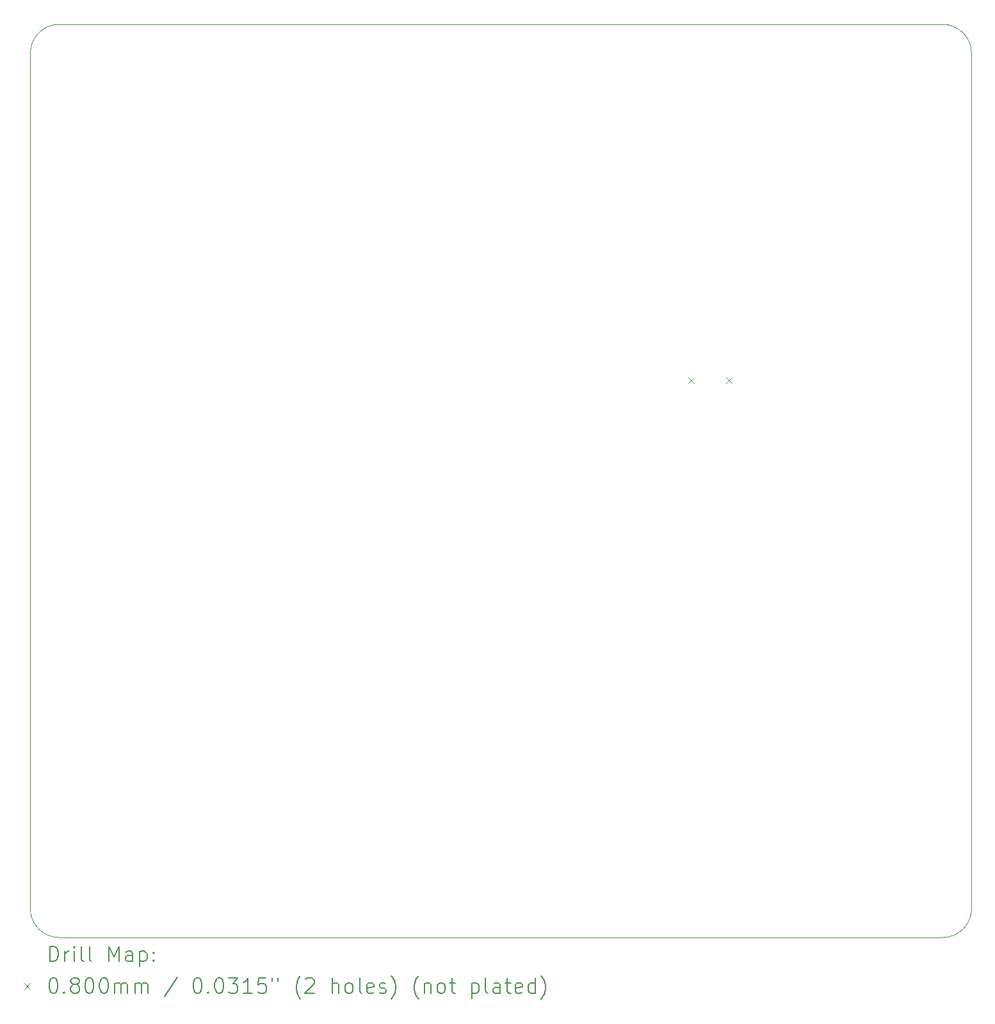
<source format=gbr>
%TF.GenerationSoftware,KiCad,Pcbnew,8.0.4*%
%TF.CreationDate,2024-10-02T08:26:17+07:00*%
%TF.ProjectId,Schematic_editted,53636865-6d61-4746-9963-5f6564697474,rev?*%
%TF.SameCoordinates,Original*%
%TF.FileFunction,Drillmap*%
%TF.FilePolarity,Positive*%
%FSLAX45Y45*%
G04 Gerber Fmt 4.5, Leading zero omitted, Abs format (unit mm)*
G04 Created by KiCad (PCBNEW 8.0.4) date 2024-10-02 08:26:17*
%MOMM*%
%LPD*%
G01*
G04 APERTURE LIST*
%ADD10C,0.050000*%
%ADD11C,0.200000*%
%ADD12C,0.100000*%
G04 APERTURE END LIST*
D10*
X7747000Y-3556000D02*
G75*
G02*
X8128000Y-3175000I381000J0D01*
G01*
X19558000Y-15240000D02*
X19812000Y-15240000D01*
X19558000Y-15240000D02*
X8255000Y-15240000D01*
X19812000Y-3175000D02*
G75*
G02*
X20193000Y-3556000I0J-381000D01*
G01*
X8128000Y-15240000D02*
G75*
G02*
X7747000Y-14859000I0J381000D01*
G01*
X20193000Y-14859000D02*
X20193000Y-3556000D01*
X8255000Y-15240000D02*
X8128000Y-15240000D01*
X7747000Y-3556000D02*
X7747000Y-14859000D01*
X19558000Y-3175000D02*
X8128000Y-3175000D01*
X19558000Y-3175000D02*
X19812000Y-3175000D01*
X20193000Y-14859000D02*
G75*
G02*
X19812000Y-15240000I-381000J0D01*
G01*
X19812000Y-3175000D02*
X19812000Y-3175000D01*
X19812000Y-3175000D01*
X19812000Y-3175000D01*
X19812000Y-3175000D01*
X19812000Y-3175000D01*
X19812000Y-3175000D01*
X19812000Y-3175000D01*
X19812000Y-3175000D01*
X19812000Y-3175000D01*
X19812000Y-3175000D01*
X19812000Y-3175000D01*
X19812000Y-3175000D01*
X19812000Y-3175000D01*
X19812000Y-3175000D01*
X19812000Y-3175000D01*
X19812000Y-3175000D01*
X19812000Y-3175000D01*
X19812000Y-3175000D01*
X19812000Y-3175000D01*
X19812000Y-3175000D01*
X19812000Y-3175000D01*
X19812000Y-3175000D01*
X19812000Y-3175000D01*
X19812000Y-3175000D01*
X19812000Y-3175000D01*
X19812000Y-3175000D01*
X19812000Y-3175000D01*
X19812000Y-3175000D01*
X19812000Y-3175000D01*
X19812000Y-3175000D01*
X19812000Y-3175000D01*
X19812000Y-3175000D01*
X19812000Y-3175000D01*
X19812000Y-3175000D01*
X19812000Y-3175000D01*
X19812000Y-3175000D01*
X19812000Y-3175000D02*
X19812000Y-3175000D01*
X19812000Y-3175000D01*
X19812000Y-3175000D01*
X19812000Y-3175000D01*
X19812000Y-3175000D01*
X19812000Y-3175000D01*
X19812000Y-3175000D01*
X19812000Y-3175000D01*
X19812000Y-3175000D01*
X19812000Y-3175000D01*
X19812000Y-3175000D01*
X19812000Y-3175000D01*
X19812000Y-3175000D01*
X19812000Y-3175000D01*
X19812000Y-3175000D01*
X19812000Y-3175000D01*
X19812000Y-3175000D01*
X19812000Y-3175000D01*
X19812000Y-3175000D01*
X19812000Y-3175000D01*
X19812000Y-3175000D01*
X19812000Y-3175000D01*
X19812000Y-3175000D01*
X19812000Y-3175000D01*
X19812000Y-3175000D01*
X19812000Y-3175000D01*
X19812000Y-3175000D01*
X19812000Y-3175000D01*
X19812000Y-3175000D01*
X19812000Y-3175000D01*
X19812000Y-3175000D01*
X19812000Y-3175000D01*
X19812000Y-3175000D01*
X19812000Y-3175000D01*
X19812000Y-3175000D01*
X19812000Y-3175000D01*
D11*
D12*
X16447500Y-7837400D02*
X16527500Y-7917400D01*
X16527500Y-7837400D02*
X16447500Y-7917400D01*
X16947500Y-7837400D02*
X17027500Y-7917400D01*
X17027500Y-7837400D02*
X16947500Y-7917400D01*
D11*
X8005277Y-15553984D02*
X8005277Y-15353984D01*
X8005277Y-15353984D02*
X8052896Y-15353984D01*
X8052896Y-15353984D02*
X8081467Y-15363508D01*
X8081467Y-15363508D02*
X8100515Y-15382555D01*
X8100515Y-15382555D02*
X8110039Y-15401603D01*
X8110039Y-15401603D02*
X8119562Y-15439698D01*
X8119562Y-15439698D02*
X8119562Y-15468269D01*
X8119562Y-15468269D02*
X8110039Y-15506365D01*
X8110039Y-15506365D02*
X8100515Y-15525412D01*
X8100515Y-15525412D02*
X8081467Y-15544460D01*
X8081467Y-15544460D02*
X8052896Y-15553984D01*
X8052896Y-15553984D02*
X8005277Y-15553984D01*
X8205277Y-15553984D02*
X8205277Y-15420650D01*
X8205277Y-15458746D02*
X8214801Y-15439698D01*
X8214801Y-15439698D02*
X8224324Y-15430174D01*
X8224324Y-15430174D02*
X8243372Y-15420650D01*
X8243372Y-15420650D02*
X8262420Y-15420650D01*
X8329086Y-15553984D02*
X8329086Y-15420650D01*
X8329086Y-15353984D02*
X8319562Y-15363508D01*
X8319562Y-15363508D02*
X8329086Y-15373031D01*
X8329086Y-15373031D02*
X8338610Y-15363508D01*
X8338610Y-15363508D02*
X8329086Y-15353984D01*
X8329086Y-15353984D02*
X8329086Y-15373031D01*
X8452896Y-15553984D02*
X8433848Y-15544460D01*
X8433848Y-15544460D02*
X8424324Y-15525412D01*
X8424324Y-15525412D02*
X8424324Y-15353984D01*
X8557658Y-15553984D02*
X8538610Y-15544460D01*
X8538610Y-15544460D02*
X8529086Y-15525412D01*
X8529086Y-15525412D02*
X8529086Y-15353984D01*
X8786229Y-15553984D02*
X8786229Y-15353984D01*
X8786229Y-15353984D02*
X8852896Y-15496841D01*
X8852896Y-15496841D02*
X8919563Y-15353984D01*
X8919563Y-15353984D02*
X8919563Y-15553984D01*
X9100515Y-15553984D02*
X9100515Y-15449222D01*
X9100515Y-15449222D02*
X9090991Y-15430174D01*
X9090991Y-15430174D02*
X9071944Y-15420650D01*
X9071944Y-15420650D02*
X9033848Y-15420650D01*
X9033848Y-15420650D02*
X9014801Y-15430174D01*
X9100515Y-15544460D02*
X9081467Y-15553984D01*
X9081467Y-15553984D02*
X9033848Y-15553984D01*
X9033848Y-15553984D02*
X9014801Y-15544460D01*
X9014801Y-15544460D02*
X9005277Y-15525412D01*
X9005277Y-15525412D02*
X9005277Y-15506365D01*
X9005277Y-15506365D02*
X9014801Y-15487317D01*
X9014801Y-15487317D02*
X9033848Y-15477793D01*
X9033848Y-15477793D02*
X9081467Y-15477793D01*
X9081467Y-15477793D02*
X9100515Y-15468269D01*
X9195753Y-15420650D02*
X9195753Y-15620650D01*
X9195753Y-15430174D02*
X9214801Y-15420650D01*
X9214801Y-15420650D02*
X9252896Y-15420650D01*
X9252896Y-15420650D02*
X9271944Y-15430174D01*
X9271944Y-15430174D02*
X9281467Y-15439698D01*
X9281467Y-15439698D02*
X9290991Y-15458746D01*
X9290991Y-15458746D02*
X9290991Y-15515888D01*
X9290991Y-15515888D02*
X9281467Y-15534936D01*
X9281467Y-15534936D02*
X9271944Y-15544460D01*
X9271944Y-15544460D02*
X9252896Y-15553984D01*
X9252896Y-15553984D02*
X9214801Y-15553984D01*
X9214801Y-15553984D02*
X9195753Y-15544460D01*
X9376705Y-15534936D02*
X9386229Y-15544460D01*
X9386229Y-15544460D02*
X9376705Y-15553984D01*
X9376705Y-15553984D02*
X9367182Y-15544460D01*
X9367182Y-15544460D02*
X9376705Y-15534936D01*
X9376705Y-15534936D02*
X9376705Y-15553984D01*
X9376705Y-15430174D02*
X9386229Y-15439698D01*
X9386229Y-15439698D02*
X9376705Y-15449222D01*
X9376705Y-15449222D02*
X9367182Y-15439698D01*
X9367182Y-15439698D02*
X9376705Y-15430174D01*
X9376705Y-15430174D02*
X9376705Y-15449222D01*
D12*
X7664500Y-15842500D02*
X7744500Y-15922500D01*
X7744500Y-15842500D02*
X7664500Y-15922500D01*
D11*
X8043372Y-15773984D02*
X8062420Y-15773984D01*
X8062420Y-15773984D02*
X8081467Y-15783508D01*
X8081467Y-15783508D02*
X8090991Y-15793031D01*
X8090991Y-15793031D02*
X8100515Y-15812079D01*
X8100515Y-15812079D02*
X8110039Y-15850174D01*
X8110039Y-15850174D02*
X8110039Y-15897793D01*
X8110039Y-15897793D02*
X8100515Y-15935888D01*
X8100515Y-15935888D02*
X8090991Y-15954936D01*
X8090991Y-15954936D02*
X8081467Y-15964460D01*
X8081467Y-15964460D02*
X8062420Y-15973984D01*
X8062420Y-15973984D02*
X8043372Y-15973984D01*
X8043372Y-15973984D02*
X8024324Y-15964460D01*
X8024324Y-15964460D02*
X8014801Y-15954936D01*
X8014801Y-15954936D02*
X8005277Y-15935888D01*
X8005277Y-15935888D02*
X7995753Y-15897793D01*
X7995753Y-15897793D02*
X7995753Y-15850174D01*
X7995753Y-15850174D02*
X8005277Y-15812079D01*
X8005277Y-15812079D02*
X8014801Y-15793031D01*
X8014801Y-15793031D02*
X8024324Y-15783508D01*
X8024324Y-15783508D02*
X8043372Y-15773984D01*
X8195753Y-15954936D02*
X8205277Y-15964460D01*
X8205277Y-15964460D02*
X8195753Y-15973984D01*
X8195753Y-15973984D02*
X8186229Y-15964460D01*
X8186229Y-15964460D02*
X8195753Y-15954936D01*
X8195753Y-15954936D02*
X8195753Y-15973984D01*
X8319562Y-15859698D02*
X8300515Y-15850174D01*
X8300515Y-15850174D02*
X8290991Y-15840650D01*
X8290991Y-15840650D02*
X8281467Y-15821603D01*
X8281467Y-15821603D02*
X8281467Y-15812079D01*
X8281467Y-15812079D02*
X8290991Y-15793031D01*
X8290991Y-15793031D02*
X8300515Y-15783508D01*
X8300515Y-15783508D02*
X8319562Y-15773984D01*
X8319562Y-15773984D02*
X8357658Y-15773984D01*
X8357658Y-15773984D02*
X8376705Y-15783508D01*
X8376705Y-15783508D02*
X8386229Y-15793031D01*
X8386229Y-15793031D02*
X8395753Y-15812079D01*
X8395753Y-15812079D02*
X8395753Y-15821603D01*
X8395753Y-15821603D02*
X8386229Y-15840650D01*
X8386229Y-15840650D02*
X8376705Y-15850174D01*
X8376705Y-15850174D02*
X8357658Y-15859698D01*
X8357658Y-15859698D02*
X8319562Y-15859698D01*
X8319562Y-15859698D02*
X8300515Y-15869222D01*
X8300515Y-15869222D02*
X8290991Y-15878746D01*
X8290991Y-15878746D02*
X8281467Y-15897793D01*
X8281467Y-15897793D02*
X8281467Y-15935888D01*
X8281467Y-15935888D02*
X8290991Y-15954936D01*
X8290991Y-15954936D02*
X8300515Y-15964460D01*
X8300515Y-15964460D02*
X8319562Y-15973984D01*
X8319562Y-15973984D02*
X8357658Y-15973984D01*
X8357658Y-15973984D02*
X8376705Y-15964460D01*
X8376705Y-15964460D02*
X8386229Y-15954936D01*
X8386229Y-15954936D02*
X8395753Y-15935888D01*
X8395753Y-15935888D02*
X8395753Y-15897793D01*
X8395753Y-15897793D02*
X8386229Y-15878746D01*
X8386229Y-15878746D02*
X8376705Y-15869222D01*
X8376705Y-15869222D02*
X8357658Y-15859698D01*
X8519563Y-15773984D02*
X8538610Y-15773984D01*
X8538610Y-15773984D02*
X8557658Y-15783508D01*
X8557658Y-15783508D02*
X8567182Y-15793031D01*
X8567182Y-15793031D02*
X8576705Y-15812079D01*
X8576705Y-15812079D02*
X8586229Y-15850174D01*
X8586229Y-15850174D02*
X8586229Y-15897793D01*
X8586229Y-15897793D02*
X8576705Y-15935888D01*
X8576705Y-15935888D02*
X8567182Y-15954936D01*
X8567182Y-15954936D02*
X8557658Y-15964460D01*
X8557658Y-15964460D02*
X8538610Y-15973984D01*
X8538610Y-15973984D02*
X8519563Y-15973984D01*
X8519563Y-15973984D02*
X8500515Y-15964460D01*
X8500515Y-15964460D02*
X8490991Y-15954936D01*
X8490991Y-15954936D02*
X8481467Y-15935888D01*
X8481467Y-15935888D02*
X8471944Y-15897793D01*
X8471944Y-15897793D02*
X8471944Y-15850174D01*
X8471944Y-15850174D02*
X8481467Y-15812079D01*
X8481467Y-15812079D02*
X8490991Y-15793031D01*
X8490991Y-15793031D02*
X8500515Y-15783508D01*
X8500515Y-15783508D02*
X8519563Y-15773984D01*
X8710039Y-15773984D02*
X8729086Y-15773984D01*
X8729086Y-15773984D02*
X8748134Y-15783508D01*
X8748134Y-15783508D02*
X8757658Y-15793031D01*
X8757658Y-15793031D02*
X8767182Y-15812079D01*
X8767182Y-15812079D02*
X8776705Y-15850174D01*
X8776705Y-15850174D02*
X8776705Y-15897793D01*
X8776705Y-15897793D02*
X8767182Y-15935888D01*
X8767182Y-15935888D02*
X8757658Y-15954936D01*
X8757658Y-15954936D02*
X8748134Y-15964460D01*
X8748134Y-15964460D02*
X8729086Y-15973984D01*
X8729086Y-15973984D02*
X8710039Y-15973984D01*
X8710039Y-15973984D02*
X8690991Y-15964460D01*
X8690991Y-15964460D02*
X8681467Y-15954936D01*
X8681467Y-15954936D02*
X8671944Y-15935888D01*
X8671944Y-15935888D02*
X8662420Y-15897793D01*
X8662420Y-15897793D02*
X8662420Y-15850174D01*
X8662420Y-15850174D02*
X8671944Y-15812079D01*
X8671944Y-15812079D02*
X8681467Y-15793031D01*
X8681467Y-15793031D02*
X8690991Y-15783508D01*
X8690991Y-15783508D02*
X8710039Y-15773984D01*
X8862420Y-15973984D02*
X8862420Y-15840650D01*
X8862420Y-15859698D02*
X8871944Y-15850174D01*
X8871944Y-15850174D02*
X8890991Y-15840650D01*
X8890991Y-15840650D02*
X8919563Y-15840650D01*
X8919563Y-15840650D02*
X8938610Y-15850174D01*
X8938610Y-15850174D02*
X8948134Y-15869222D01*
X8948134Y-15869222D02*
X8948134Y-15973984D01*
X8948134Y-15869222D02*
X8957658Y-15850174D01*
X8957658Y-15850174D02*
X8976705Y-15840650D01*
X8976705Y-15840650D02*
X9005277Y-15840650D01*
X9005277Y-15840650D02*
X9024325Y-15850174D01*
X9024325Y-15850174D02*
X9033848Y-15869222D01*
X9033848Y-15869222D02*
X9033848Y-15973984D01*
X9129086Y-15973984D02*
X9129086Y-15840650D01*
X9129086Y-15859698D02*
X9138610Y-15850174D01*
X9138610Y-15850174D02*
X9157658Y-15840650D01*
X9157658Y-15840650D02*
X9186229Y-15840650D01*
X9186229Y-15840650D02*
X9205277Y-15850174D01*
X9205277Y-15850174D02*
X9214801Y-15869222D01*
X9214801Y-15869222D02*
X9214801Y-15973984D01*
X9214801Y-15869222D02*
X9224325Y-15850174D01*
X9224325Y-15850174D02*
X9243372Y-15840650D01*
X9243372Y-15840650D02*
X9271944Y-15840650D01*
X9271944Y-15840650D02*
X9290991Y-15850174D01*
X9290991Y-15850174D02*
X9300515Y-15869222D01*
X9300515Y-15869222D02*
X9300515Y-15973984D01*
X9690991Y-15764460D02*
X9519563Y-16021603D01*
X9948134Y-15773984D02*
X9967182Y-15773984D01*
X9967182Y-15773984D02*
X9986229Y-15783508D01*
X9986229Y-15783508D02*
X9995753Y-15793031D01*
X9995753Y-15793031D02*
X10005277Y-15812079D01*
X10005277Y-15812079D02*
X10014801Y-15850174D01*
X10014801Y-15850174D02*
X10014801Y-15897793D01*
X10014801Y-15897793D02*
X10005277Y-15935888D01*
X10005277Y-15935888D02*
X9995753Y-15954936D01*
X9995753Y-15954936D02*
X9986229Y-15964460D01*
X9986229Y-15964460D02*
X9967182Y-15973984D01*
X9967182Y-15973984D02*
X9948134Y-15973984D01*
X9948134Y-15973984D02*
X9929087Y-15964460D01*
X9929087Y-15964460D02*
X9919563Y-15954936D01*
X9919563Y-15954936D02*
X9910039Y-15935888D01*
X9910039Y-15935888D02*
X9900515Y-15897793D01*
X9900515Y-15897793D02*
X9900515Y-15850174D01*
X9900515Y-15850174D02*
X9910039Y-15812079D01*
X9910039Y-15812079D02*
X9919563Y-15793031D01*
X9919563Y-15793031D02*
X9929087Y-15783508D01*
X9929087Y-15783508D02*
X9948134Y-15773984D01*
X10100515Y-15954936D02*
X10110039Y-15964460D01*
X10110039Y-15964460D02*
X10100515Y-15973984D01*
X10100515Y-15973984D02*
X10090991Y-15964460D01*
X10090991Y-15964460D02*
X10100515Y-15954936D01*
X10100515Y-15954936D02*
X10100515Y-15973984D01*
X10233848Y-15773984D02*
X10252896Y-15773984D01*
X10252896Y-15773984D02*
X10271944Y-15783508D01*
X10271944Y-15783508D02*
X10281468Y-15793031D01*
X10281468Y-15793031D02*
X10290991Y-15812079D01*
X10290991Y-15812079D02*
X10300515Y-15850174D01*
X10300515Y-15850174D02*
X10300515Y-15897793D01*
X10300515Y-15897793D02*
X10290991Y-15935888D01*
X10290991Y-15935888D02*
X10281468Y-15954936D01*
X10281468Y-15954936D02*
X10271944Y-15964460D01*
X10271944Y-15964460D02*
X10252896Y-15973984D01*
X10252896Y-15973984D02*
X10233848Y-15973984D01*
X10233848Y-15973984D02*
X10214801Y-15964460D01*
X10214801Y-15964460D02*
X10205277Y-15954936D01*
X10205277Y-15954936D02*
X10195753Y-15935888D01*
X10195753Y-15935888D02*
X10186229Y-15897793D01*
X10186229Y-15897793D02*
X10186229Y-15850174D01*
X10186229Y-15850174D02*
X10195753Y-15812079D01*
X10195753Y-15812079D02*
X10205277Y-15793031D01*
X10205277Y-15793031D02*
X10214801Y-15783508D01*
X10214801Y-15783508D02*
X10233848Y-15773984D01*
X10367182Y-15773984D02*
X10490991Y-15773984D01*
X10490991Y-15773984D02*
X10424325Y-15850174D01*
X10424325Y-15850174D02*
X10452896Y-15850174D01*
X10452896Y-15850174D02*
X10471944Y-15859698D01*
X10471944Y-15859698D02*
X10481468Y-15869222D01*
X10481468Y-15869222D02*
X10490991Y-15888269D01*
X10490991Y-15888269D02*
X10490991Y-15935888D01*
X10490991Y-15935888D02*
X10481468Y-15954936D01*
X10481468Y-15954936D02*
X10471944Y-15964460D01*
X10471944Y-15964460D02*
X10452896Y-15973984D01*
X10452896Y-15973984D02*
X10395753Y-15973984D01*
X10395753Y-15973984D02*
X10376706Y-15964460D01*
X10376706Y-15964460D02*
X10367182Y-15954936D01*
X10681468Y-15973984D02*
X10567182Y-15973984D01*
X10624325Y-15973984D02*
X10624325Y-15773984D01*
X10624325Y-15773984D02*
X10605277Y-15802555D01*
X10605277Y-15802555D02*
X10586229Y-15821603D01*
X10586229Y-15821603D02*
X10567182Y-15831127D01*
X10862420Y-15773984D02*
X10767182Y-15773984D01*
X10767182Y-15773984D02*
X10757658Y-15869222D01*
X10757658Y-15869222D02*
X10767182Y-15859698D01*
X10767182Y-15859698D02*
X10786229Y-15850174D01*
X10786229Y-15850174D02*
X10833849Y-15850174D01*
X10833849Y-15850174D02*
X10852896Y-15859698D01*
X10852896Y-15859698D02*
X10862420Y-15869222D01*
X10862420Y-15869222D02*
X10871944Y-15888269D01*
X10871944Y-15888269D02*
X10871944Y-15935888D01*
X10871944Y-15935888D02*
X10862420Y-15954936D01*
X10862420Y-15954936D02*
X10852896Y-15964460D01*
X10852896Y-15964460D02*
X10833849Y-15973984D01*
X10833849Y-15973984D02*
X10786229Y-15973984D01*
X10786229Y-15973984D02*
X10767182Y-15964460D01*
X10767182Y-15964460D02*
X10757658Y-15954936D01*
X10948134Y-15773984D02*
X10948134Y-15812079D01*
X11024325Y-15773984D02*
X11024325Y-15812079D01*
X11319563Y-16050174D02*
X11310039Y-16040650D01*
X11310039Y-16040650D02*
X11290991Y-16012079D01*
X11290991Y-16012079D02*
X11281468Y-15993031D01*
X11281468Y-15993031D02*
X11271944Y-15964460D01*
X11271944Y-15964460D02*
X11262420Y-15916841D01*
X11262420Y-15916841D02*
X11262420Y-15878746D01*
X11262420Y-15878746D02*
X11271944Y-15831127D01*
X11271944Y-15831127D02*
X11281468Y-15802555D01*
X11281468Y-15802555D02*
X11290991Y-15783508D01*
X11290991Y-15783508D02*
X11310039Y-15754936D01*
X11310039Y-15754936D02*
X11319563Y-15745412D01*
X11386229Y-15793031D02*
X11395753Y-15783508D01*
X11395753Y-15783508D02*
X11414801Y-15773984D01*
X11414801Y-15773984D02*
X11462420Y-15773984D01*
X11462420Y-15773984D02*
X11481468Y-15783508D01*
X11481468Y-15783508D02*
X11490991Y-15793031D01*
X11490991Y-15793031D02*
X11500515Y-15812079D01*
X11500515Y-15812079D02*
X11500515Y-15831127D01*
X11500515Y-15831127D02*
X11490991Y-15859698D01*
X11490991Y-15859698D02*
X11376706Y-15973984D01*
X11376706Y-15973984D02*
X11500515Y-15973984D01*
X11738610Y-15973984D02*
X11738610Y-15773984D01*
X11824325Y-15973984D02*
X11824325Y-15869222D01*
X11824325Y-15869222D02*
X11814801Y-15850174D01*
X11814801Y-15850174D02*
X11795753Y-15840650D01*
X11795753Y-15840650D02*
X11767182Y-15840650D01*
X11767182Y-15840650D02*
X11748134Y-15850174D01*
X11748134Y-15850174D02*
X11738610Y-15859698D01*
X11948134Y-15973984D02*
X11929087Y-15964460D01*
X11929087Y-15964460D02*
X11919563Y-15954936D01*
X11919563Y-15954936D02*
X11910039Y-15935888D01*
X11910039Y-15935888D02*
X11910039Y-15878746D01*
X11910039Y-15878746D02*
X11919563Y-15859698D01*
X11919563Y-15859698D02*
X11929087Y-15850174D01*
X11929087Y-15850174D02*
X11948134Y-15840650D01*
X11948134Y-15840650D02*
X11976706Y-15840650D01*
X11976706Y-15840650D02*
X11995753Y-15850174D01*
X11995753Y-15850174D02*
X12005277Y-15859698D01*
X12005277Y-15859698D02*
X12014801Y-15878746D01*
X12014801Y-15878746D02*
X12014801Y-15935888D01*
X12014801Y-15935888D02*
X12005277Y-15954936D01*
X12005277Y-15954936D02*
X11995753Y-15964460D01*
X11995753Y-15964460D02*
X11976706Y-15973984D01*
X11976706Y-15973984D02*
X11948134Y-15973984D01*
X12129087Y-15973984D02*
X12110039Y-15964460D01*
X12110039Y-15964460D02*
X12100515Y-15945412D01*
X12100515Y-15945412D02*
X12100515Y-15773984D01*
X12281468Y-15964460D02*
X12262420Y-15973984D01*
X12262420Y-15973984D02*
X12224325Y-15973984D01*
X12224325Y-15973984D02*
X12205277Y-15964460D01*
X12205277Y-15964460D02*
X12195753Y-15945412D01*
X12195753Y-15945412D02*
X12195753Y-15869222D01*
X12195753Y-15869222D02*
X12205277Y-15850174D01*
X12205277Y-15850174D02*
X12224325Y-15840650D01*
X12224325Y-15840650D02*
X12262420Y-15840650D01*
X12262420Y-15840650D02*
X12281468Y-15850174D01*
X12281468Y-15850174D02*
X12290991Y-15869222D01*
X12290991Y-15869222D02*
X12290991Y-15888269D01*
X12290991Y-15888269D02*
X12195753Y-15907317D01*
X12367182Y-15964460D02*
X12386230Y-15973984D01*
X12386230Y-15973984D02*
X12424325Y-15973984D01*
X12424325Y-15973984D02*
X12443372Y-15964460D01*
X12443372Y-15964460D02*
X12452896Y-15945412D01*
X12452896Y-15945412D02*
X12452896Y-15935888D01*
X12452896Y-15935888D02*
X12443372Y-15916841D01*
X12443372Y-15916841D02*
X12424325Y-15907317D01*
X12424325Y-15907317D02*
X12395753Y-15907317D01*
X12395753Y-15907317D02*
X12376706Y-15897793D01*
X12376706Y-15897793D02*
X12367182Y-15878746D01*
X12367182Y-15878746D02*
X12367182Y-15869222D01*
X12367182Y-15869222D02*
X12376706Y-15850174D01*
X12376706Y-15850174D02*
X12395753Y-15840650D01*
X12395753Y-15840650D02*
X12424325Y-15840650D01*
X12424325Y-15840650D02*
X12443372Y-15850174D01*
X12519563Y-16050174D02*
X12529087Y-16040650D01*
X12529087Y-16040650D02*
X12548134Y-16012079D01*
X12548134Y-16012079D02*
X12557658Y-15993031D01*
X12557658Y-15993031D02*
X12567182Y-15964460D01*
X12567182Y-15964460D02*
X12576706Y-15916841D01*
X12576706Y-15916841D02*
X12576706Y-15878746D01*
X12576706Y-15878746D02*
X12567182Y-15831127D01*
X12567182Y-15831127D02*
X12557658Y-15802555D01*
X12557658Y-15802555D02*
X12548134Y-15783508D01*
X12548134Y-15783508D02*
X12529087Y-15754936D01*
X12529087Y-15754936D02*
X12519563Y-15745412D01*
X12881468Y-16050174D02*
X12871944Y-16040650D01*
X12871944Y-16040650D02*
X12852896Y-16012079D01*
X12852896Y-16012079D02*
X12843372Y-15993031D01*
X12843372Y-15993031D02*
X12833849Y-15964460D01*
X12833849Y-15964460D02*
X12824325Y-15916841D01*
X12824325Y-15916841D02*
X12824325Y-15878746D01*
X12824325Y-15878746D02*
X12833849Y-15831127D01*
X12833849Y-15831127D02*
X12843372Y-15802555D01*
X12843372Y-15802555D02*
X12852896Y-15783508D01*
X12852896Y-15783508D02*
X12871944Y-15754936D01*
X12871944Y-15754936D02*
X12881468Y-15745412D01*
X12957658Y-15840650D02*
X12957658Y-15973984D01*
X12957658Y-15859698D02*
X12967182Y-15850174D01*
X12967182Y-15850174D02*
X12986230Y-15840650D01*
X12986230Y-15840650D02*
X13014801Y-15840650D01*
X13014801Y-15840650D02*
X13033849Y-15850174D01*
X13033849Y-15850174D02*
X13043372Y-15869222D01*
X13043372Y-15869222D02*
X13043372Y-15973984D01*
X13167182Y-15973984D02*
X13148134Y-15964460D01*
X13148134Y-15964460D02*
X13138611Y-15954936D01*
X13138611Y-15954936D02*
X13129087Y-15935888D01*
X13129087Y-15935888D02*
X13129087Y-15878746D01*
X13129087Y-15878746D02*
X13138611Y-15859698D01*
X13138611Y-15859698D02*
X13148134Y-15850174D01*
X13148134Y-15850174D02*
X13167182Y-15840650D01*
X13167182Y-15840650D02*
X13195753Y-15840650D01*
X13195753Y-15840650D02*
X13214801Y-15850174D01*
X13214801Y-15850174D02*
X13224325Y-15859698D01*
X13224325Y-15859698D02*
X13233849Y-15878746D01*
X13233849Y-15878746D02*
X13233849Y-15935888D01*
X13233849Y-15935888D02*
X13224325Y-15954936D01*
X13224325Y-15954936D02*
X13214801Y-15964460D01*
X13214801Y-15964460D02*
X13195753Y-15973984D01*
X13195753Y-15973984D02*
X13167182Y-15973984D01*
X13290992Y-15840650D02*
X13367182Y-15840650D01*
X13319563Y-15773984D02*
X13319563Y-15945412D01*
X13319563Y-15945412D02*
X13329087Y-15964460D01*
X13329087Y-15964460D02*
X13348134Y-15973984D01*
X13348134Y-15973984D02*
X13367182Y-15973984D01*
X13586230Y-15840650D02*
X13586230Y-16040650D01*
X13586230Y-15850174D02*
X13605277Y-15840650D01*
X13605277Y-15840650D02*
X13643373Y-15840650D01*
X13643373Y-15840650D02*
X13662420Y-15850174D01*
X13662420Y-15850174D02*
X13671944Y-15859698D01*
X13671944Y-15859698D02*
X13681468Y-15878746D01*
X13681468Y-15878746D02*
X13681468Y-15935888D01*
X13681468Y-15935888D02*
X13671944Y-15954936D01*
X13671944Y-15954936D02*
X13662420Y-15964460D01*
X13662420Y-15964460D02*
X13643373Y-15973984D01*
X13643373Y-15973984D02*
X13605277Y-15973984D01*
X13605277Y-15973984D02*
X13586230Y-15964460D01*
X13795753Y-15973984D02*
X13776706Y-15964460D01*
X13776706Y-15964460D02*
X13767182Y-15945412D01*
X13767182Y-15945412D02*
X13767182Y-15773984D01*
X13957658Y-15973984D02*
X13957658Y-15869222D01*
X13957658Y-15869222D02*
X13948134Y-15850174D01*
X13948134Y-15850174D02*
X13929087Y-15840650D01*
X13929087Y-15840650D02*
X13890992Y-15840650D01*
X13890992Y-15840650D02*
X13871944Y-15850174D01*
X13957658Y-15964460D02*
X13938611Y-15973984D01*
X13938611Y-15973984D02*
X13890992Y-15973984D01*
X13890992Y-15973984D02*
X13871944Y-15964460D01*
X13871944Y-15964460D02*
X13862420Y-15945412D01*
X13862420Y-15945412D02*
X13862420Y-15926365D01*
X13862420Y-15926365D02*
X13871944Y-15907317D01*
X13871944Y-15907317D02*
X13890992Y-15897793D01*
X13890992Y-15897793D02*
X13938611Y-15897793D01*
X13938611Y-15897793D02*
X13957658Y-15888269D01*
X14024325Y-15840650D02*
X14100515Y-15840650D01*
X14052896Y-15773984D02*
X14052896Y-15945412D01*
X14052896Y-15945412D02*
X14062420Y-15964460D01*
X14062420Y-15964460D02*
X14081468Y-15973984D01*
X14081468Y-15973984D02*
X14100515Y-15973984D01*
X14243373Y-15964460D02*
X14224325Y-15973984D01*
X14224325Y-15973984D02*
X14186230Y-15973984D01*
X14186230Y-15973984D02*
X14167182Y-15964460D01*
X14167182Y-15964460D02*
X14157658Y-15945412D01*
X14157658Y-15945412D02*
X14157658Y-15869222D01*
X14157658Y-15869222D02*
X14167182Y-15850174D01*
X14167182Y-15850174D02*
X14186230Y-15840650D01*
X14186230Y-15840650D02*
X14224325Y-15840650D01*
X14224325Y-15840650D02*
X14243373Y-15850174D01*
X14243373Y-15850174D02*
X14252896Y-15869222D01*
X14252896Y-15869222D02*
X14252896Y-15888269D01*
X14252896Y-15888269D02*
X14157658Y-15907317D01*
X14424325Y-15973984D02*
X14424325Y-15773984D01*
X14424325Y-15964460D02*
X14405277Y-15973984D01*
X14405277Y-15973984D02*
X14367182Y-15973984D01*
X14367182Y-15973984D02*
X14348134Y-15964460D01*
X14348134Y-15964460D02*
X14338611Y-15954936D01*
X14338611Y-15954936D02*
X14329087Y-15935888D01*
X14329087Y-15935888D02*
X14329087Y-15878746D01*
X14329087Y-15878746D02*
X14338611Y-15859698D01*
X14338611Y-15859698D02*
X14348134Y-15850174D01*
X14348134Y-15850174D02*
X14367182Y-15840650D01*
X14367182Y-15840650D02*
X14405277Y-15840650D01*
X14405277Y-15840650D02*
X14424325Y-15850174D01*
X14500515Y-16050174D02*
X14510039Y-16040650D01*
X14510039Y-16040650D02*
X14529087Y-16012079D01*
X14529087Y-16012079D02*
X14538611Y-15993031D01*
X14538611Y-15993031D02*
X14548134Y-15964460D01*
X14548134Y-15964460D02*
X14557658Y-15916841D01*
X14557658Y-15916841D02*
X14557658Y-15878746D01*
X14557658Y-15878746D02*
X14548134Y-15831127D01*
X14548134Y-15831127D02*
X14538611Y-15802555D01*
X14538611Y-15802555D02*
X14529087Y-15783508D01*
X14529087Y-15783508D02*
X14510039Y-15754936D01*
X14510039Y-15754936D02*
X14500515Y-15745412D01*
M02*

</source>
